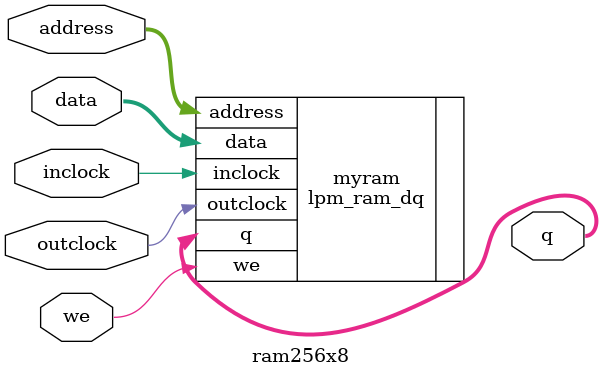
<source format=v>
module ram256x8(data,address,we,inclock,outclock,q);
input[7:0] data;
input[7:0] address;
input we,inclock,outclock;
output[7:0] q;

lpm_ram_dq myram(.q(q),.data(data),.address(address),
  		.we(we),.inclock(inclock),.outclock(outclock));

defparam myram.lpm_width=8;
defparam myram.lpm_widthad=8;
endmodule

</source>
